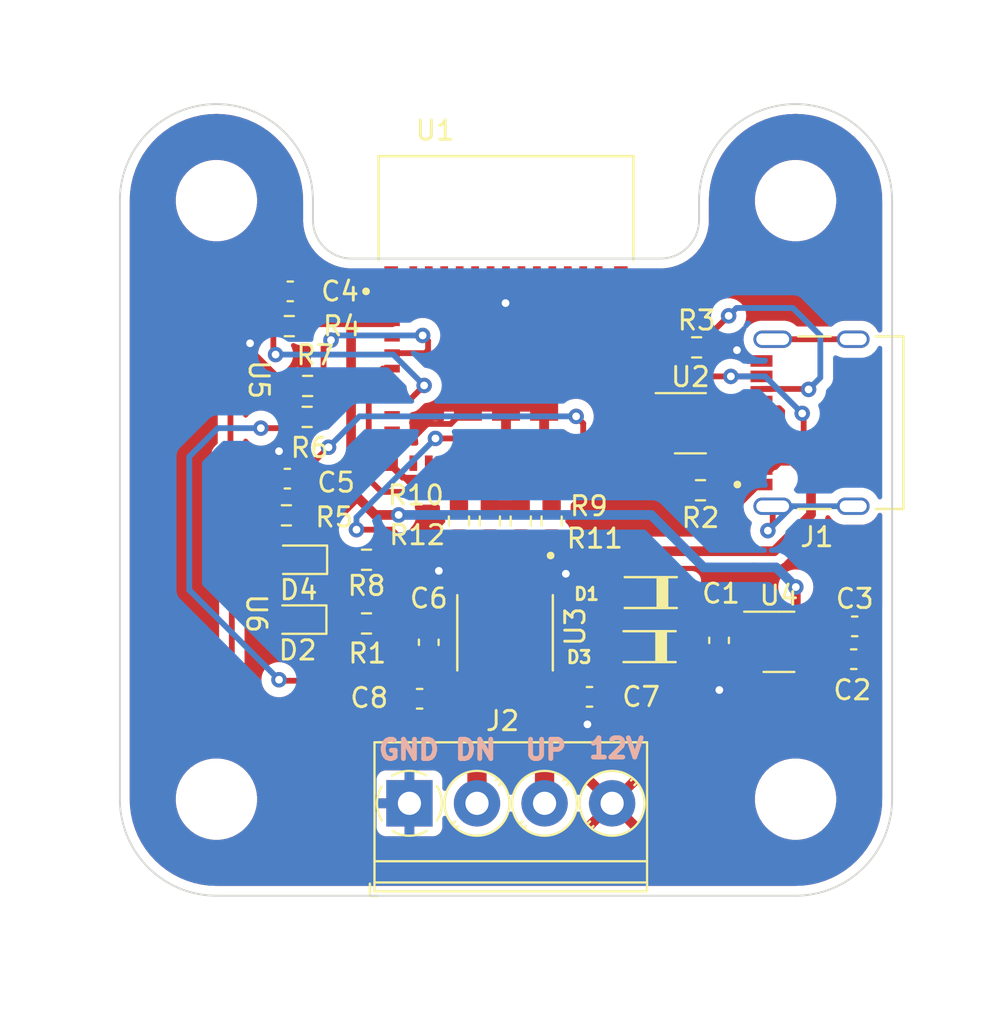
<source format=kicad_pcb>
(kicad_pcb (version 20211014) (generator pcbnew)
  (layers (0 "F.Cu" signal) (31 "B.Cu" power) (34 "B.Paste" user) (35 "F.Paste" user) (36 "B.SilkS" user "B.Silkscreen") (37 "F.SilkS" user "F.Silkscreen") (38 "B.Mask" user) (39 "F.Mask" user) (44 "Edge.Cuts" user))
  (net 0 "")
  (net 11 "Net-(C1-Pad1)")
  (net 24 "GND")
  (net 28 "+12V")
  (net 29 "+3.3V")
  (net 30 "Net-(C2-Pad1)")
  (net 31 "Net-(D2-Pad1)")
  (net 32 "CONN_D+")
  (net 33 "CONN_D-")
  (net 34 "Net-(J1-PadA5)")
  (net 35 "Net-(J1-PadB5)")
  (net 36 "unconnected-(J1-PadS1)")
  (net 37 "D+")
  (net 38 "D-")
  (net 39 "VBUS")
  (net 40 "CHIP_EN")
  (net 43 "BOOT")
  (net 44 "UP")
  (net 45 "DN")
  (net 46 "Net-(D4-Pad1)")
  (net 47 "Net-(R6-Pad2)")
  (net 48 "Net-(R8-Pad2)")
  (net 49 "Net-(R9-Pad2)")
  (net 50 "Net-(R10-Pad2)")
  (net 51 "SW_UP")
  (net 52 "Net-(R11-Pad2)")
  (net 53 "SW_DN")
  (net 54 "Net-(R12-Pad2)")
  (footprint "Resistor_SMD:R_0603_1608Metric" (layer "F.Cu") (at 158.625 73.3)
    (fp_text reference "R5")
    (fp_text value "5k1")
  )
  (footprint "Package_TO_SOT_SMD:SOT-23-6" (layer "F.Cu") (at 179.5526 68.5292)
    (fp_text reference "U2")
    (fp_text value "USBLC6-2SC6")
  )
  (footprint "Resistor_SMD:R_0603_1608Metric" (layer "F.Cu") (at 162.775 78.9)
    (fp_text reference "R1")
    (fp_text value "1k")
  )
  (footprint "Library:XCVR_ESP32-C3-MINI-1-N4" (layer "F.Cu") (at 170 63)
    (fp_text reference "U1")
    (fp_text value "ESP32-C3-MINI-1-N4")
  )
  (footprint "Capacitor_SMD:C_0603_1608Metric" (layer "F.Cu") (at 165.525 82.8 180)
    (fp_text reference "C8")
    (fp_text value "10n")
  )
  (footprint "LED_SMD:LED_0603_1608Metric" (layer "F.Cu") (at 159.25 75.6 180)
    (fp_text reference "D4")
    (fp_text value "Red Status LED")
  )
  (footprint "Capacitor_SMD:C_0603_1608Metric" (layer "F.Cu") (at 181.0383 79.775 -90)
    (fp_text reference "C1")
    (fp_text value "10u")
  )
  (footprint "Capacitor_SMD:C_0603_1608Metric" (layer "F.Cu") (at 174.325 82.7 180)
    (fp_text reference "C7")
    (fp_text value "10n")
  )
  (footprint "Resistor_SMD:R_0603_1608Metric" (layer "F.Cu") (at 179.875 64.6 180)
    (fp_text reference "R3")
    (fp_text value "5k1")
  )
  (footprint "Resistor_SMD:R_0603_1608Metric" (layer "F.Cu") (at 180.075 72 180)
    (fp_text reference "R2")
    (fp_text value "5k1")
  )
  (footprint "Library:SOD3716X135N" (layer "F.Cu") (at 177.4383 80.1 180)
    (fp_text reference "D3")
    (fp_text value "B5819W-TP")
  )
  (footprint "Resistor_SMD:R_0603_1608Metric" (layer "F.Cu") (at 159.7 68.2)
    (fp_text reference "R6")
    (fp_text value "5k1")
  )
  (footprint "Library:SOP65P600X115-15N" (layer "F.Cu") (at 169.9514 79.3814 -90)
    (fp_text reference "U3")
    (fp_text value "BTS70082EPAXUMA1")
  )
  (footprint "footprints:HRO_TYPE-C-31-M-12" (layer "F.Cu") (at 187.9854 68.5038 90)
    (fp_text reference "J1")
    (fp_text value "TYPE-C-31-M-12")
  )
  (footprint "MountingHole:MountingHole_3.2mm_M3" (layer "F.Cu") (at 185 88)
    (fp_text reference "H3")
    (fp_text value "MountingHole")
  )
  (footprint "MountingHole:MountingHole_3.2mm_M3" (layer "F.Cu") (at 155 88)
    (fp_text reference "H4")
    (fp_text value "MountingHole")
  )
  (footprint "Capacitor_SMD:C_0603_1608Metric" (layer "F.Cu") (at 158.825 61.7)
    (fp_text reference "C4")
    (fp_text value "100n")
  )
  (footprint "Capacitor_SMD:C_0603_1608Metric" (layer "F.Cu") (at 158.675 71.4 180)
    (fp_text reference "C5")
    (fp_text value "100n")
  )
  (footprint "Resistor_SMD:R_0603_1608Metric" (layer "F.Cu") (at 158.775 63.5 180)
    (fp_text reference "R4")
    (fp_text value "5k1")
  )
  (footprint "LED_SMD:LED_0603_1608Metric" (layer "F.Cu") (at 159.2125 78.7 180)
    (fp_text reference "D2")
    (fp_text value "Green PWR LED")
  )
  (footprint "Resistor_SMD:R_0603_1608Metric" (layer "F.Cu") (at 169.164 73.596 -90)
    (fp_text reference "R10")
    (fp_text value "10k")
  )
  (footprint "Capacitor_SMD:C_0603_1608Metric" (layer "F.Cu") (at 188.0633 79.05)
    (fp_text reference "C3")
    (fp_text value "100n")
  )
  (footprint "Resistor_SMD:R_0603_1608Metric" (layer "F.Cu") (at 172.3644 73.596 -90)
    (fp_text reference "R11")
    (fp_text value "4k7")
  )
  (footprint "Library:SOD3716X135N" (layer "F.Cu") (at 177.5 77.3 180)
    (fp_text reference "D1")
    (fp_text value "B5819W-TP")
  )
  (footprint "custom_components:Tactile Switch" (layer "F.Cu") (at 153.7774 66.3922 -90)
    (fp_text reference "U5")
    (fp_text value "Tactile_Switch")
  )
  (footprint "Resistor_SMD:R_0603_1608Metric" (layer "F.Cu") (at 167.5638 73.596 -90)
    (fp_text reference "R12")
    (fp_text value "4k7")
  )
  (footprint "Resistor_SMD:R_0603_1608Metric" (layer "F.Cu") (at 170.7642 73.596 -90)
    (fp_text reference "R9")
    (fp_text value "10k")
  )
  (footprint "Package_TO_SOT_SMD:SOT-23-5" (layer "F.Cu") (at 184.1383 79.85)
    (fp_text reference "U4")
    (fp_text value "SPX3819M5-L-3-3")
  )
  (footprint "MountingHole:MountingHole_3.2mm_M3" (layer "F.Cu") (at 155 57)
    (fp_text reference "H1")
    (fp_text value "MountingHole")
  )
  (footprint "Resistor_SMD:R_0603_1608Metric" (layer "F.Cu") (at 159.725 66.6 180)
    (fp_text reference "R7")
    (fp_text value "1k")
  )
  (footprint "TerminalBlock_Phoenix:TerminalBlock_Phoenix_PT-1,5-4-3.5-H_1x04_P3.50mm_Horizontal" (layer "F.Cu") (at 164.9984 88.2142)
    (fp_text reference "J2")
    (fp_text value "Screw_Terminal_01x04")
  )
  (footprint "Capacitor_SMD:C_0603_1608Metric" (layer "F.Cu") (at 188.0133 80.75)
    (fp_text reference "C2")
    (fp_text value "100n")
  )
  (footprint "Capacitor_SMD:C_0603_1608Metric" (layer "F.Cu") (at 166 79.875 90)
    (fp_text reference "C6")
    (fp_text value "100n")
  )
  (footprint "custom_components:Tactile Switch" (layer "F.Cu") (at 153.8478 78.486 -90)
    (fp_text reference "U6")
    (fp_text value "Tactile_Switch")
  )
  (footprint "MountingHole:MountingHole_3.2mm_M3" (layer "F.Cu") (at 185 57)
    (fp_text reference "H2")
    (fp_text value "MountingHole")
  )
  (footprint "Resistor_SMD:R_0603_1608Metric" (layer "F.Cu") (at 162.775 75.6)
    (fp_text reference "R8")
    (fp_text value "1k")
  )
  (gr_arc (start 180 58) (mid 179.414214 59.414214) (end 178 60) (layer "Edge.Cuts") (width 0.1))
  (gr_line (start 155 93) (end 185 93) (layer "Edge.Cuts") (width 0.1))
  (gr_arc (start 180 57) (mid 185 52) (end 190 57) (layer "Edge.Cuts") (width 0.1))
  (gr_line (start 150 86) (end 150 57) (layer "Edge.Cuts") (width 0.1))
  (gr_line (start 190 86) (end 190 57) (layer "Edge.Cuts") (width 0.1))
  (gr_arc (start 150 57) (mid 155 52) (end 160 57) (layer "Edge.Cuts") (width 0.1))
  (gr_line (start 178 60) (end 162 60) (layer "Edge.Cuts") (width 0.1))
  (gr_arc (start 162 60) (mid 160.585786 59.414214) (end 160 58) (layer "Edge.Cuts") (width 0.1))
  (gr_line (start 180 58) (end 180 57) (layer "Edge.Cuts") (width 0.1))
  (gr_arc (start 190 88) (mid 188.535534 91.535534) (end 185 93) (layer "Edge.Cuts") (width 0.1))
  (gr_arc (start 155 93) (mid 151.464466 91.535534) (end 150 88) (layer "Edge.Cuts") (width 0.1))
  (gr_line (start 190 86) (end 190 88) (layer "Edge.Cuts") (width 0.1))
  (gr_line (start 150 86) (end 150 88) (layer "Edge.Cuts") (width 0.1))
  (gr_line (start 160 58) (end 160 57) (layer "Edge.Cuts") (width 0.1))
  (gr_text "GND\n" (at 164.973 85.4456) (layer "B.SilkS") (effects (font (size 1 1) (thickness 0.25))))
  (gr_text "UP" (at 172.0596 85.4456) (layer "B.SilkS") (effects (font (size 1 1) (thickness 0.25))))
  (gr_text "DN" (at 168.4274 85.4456) (layer "B.SilkS") (effects (font (size 1 1) (thickness 0.25))))
  (gr_text "12V\n" (at 175.7172 85.3694) (layer "B.SilkS") (effects (font (size 1 1) (thickness 0.25))))
  (segment (start 183.0008 80.8) (end 183.420407 80.8) (width 0.3) (layer "F.Cu") (net 11))
  (segment (start 183.0008 78.9) (end 181.1383 78.9) (width 0.3) (layer "F.Cu") (net 11))
  (segment (start 179.1383 77.3) (end 179.1383 77.8939) (width 0.5) (layer "F.Cu") (net 11))
  (segment (start 179.0766 79.7748) (end 179.8514 79) (width 0.5) (layer "F.Cu") (net 11))
  (segment (start 180.2444 79) (end 181.0383 79) (width 0.5) (layer "F.Cu") (net 11))
  (segment (start 181.1383 78.9) (end 181.0383 79) (width 0.3) (layer "F.Cu") (net 11))
  (segment (start 183.421 78.9) (end 183.0008 78.9) (width 0.3) (layer "F.Cu") (net 11))
  (segment (start 179.1383 77.8939) (end 180.2444 79) (width 0.5) (layer "F.Cu") (net 11))
  (segment (start 179.0766 80.1) (end 179.0766 79.7748) (width 0.5) (layer "F.Cu") (net 11))
  (segment (start 184.2008 79.6798) (end 183.421 78.9) (width 0.3) (layer "F.Cu") (net 11))
  (segment (start 184.2008 80.019607) (end 184.2008 79.6798) (width 0.3) (layer "F.Cu") (net 11))
  (segment (start 183.420407 80.8) (end 184.2008 80.019607) (width 0.3) (layer "F.Cu") (net 11))
  (segment (start 179.8514 79) (end 180.2444 79) (width 0.5) (layer "F.Cu") (net 11))
  (segment (start 178.4151 68.5292) (end 178.9684 68.5292) (width 0.3) (layer "F.Cu") (net 24))
  (segment (start 183.0008 79.85) (end 181.7383 79.85) (width 0.3) (layer "F.Cu") (net 24))
  (segment (start 179.5272 70.8152) (end 179.6796 70.9676) (width 0.3) (layer "F.Cu") (net 24))
  (segment (start 183.2354 71.7038) (end 183.109 71.7038) (width 0.3) (layer "F.Cu") (net 24))
  (segment (start 164.65 71.35) (end 166.55 71.35) (width 0.3) (layer "F.Cu") (net 24))
  (segment (start 167.5638 71.8566) (end 168.8338 71.8566) (width 0.3) (layer "F.Cu") (net 24))
  (segment (start 164.7928 69.7) (end 164.1 69.7) (width 0.3) (layer "F.Cu") (net 24))
  (segment (start 163.6 78.9) (end 164.6416 78.9) (width 0.3) (layer "F.Cu") (net 24))
  (segment (start 182.5248 65.3038) (end 181.9656 64.7446) (width 0.3) (layer "F.Cu") (net 24))
  (segment (start 167.1334 68.5666) (end 165.9262 68.5666) (width 0.3) (layer "F.Cu") (net 24))
  (segment (start 166.8 70.6) (end 166.8 71.0928) (width 0.3) (layer "F.Cu") (net 24))
  (segment (start 168.025 63.725) (end 168.558 63.725) (width 0.3) (layer "F.Cu") (net 24))
  (segment (start 175.1 82.7) (end 175.1 83.2434) (width 0.3) (layer "F.Cu") (net 24))
  (segment (start 181.7383 79.85) (end 181.0383 80.55) (width 0.3) (layer "F.Cu") (net 24))
  (segment (start 157.9 71.4) (end 157.9 70.319) (width 0.3) (layer "F.Cu") (net 24))
  (segment (start 166.8 71.0928) (end 167.5638 71.8566) (width 0.3) (layer "F.Cu") (net 24))
  (segment (start 183.2354 65.3038) (end 182.5248 65.3038) (width 0.3) (layer "F.Cu") (net 24))
  (segment (start 168.558 63.725) (end 169.9768 62.3062) (width 0.3) (layer "F.Cu") (net 24))
  (segment (start 183.109 71.7038) (end 181.4576 73.3552) (width 0.3) (layer "F.Cu") (net 24))
  (segment (start 181.0383 82.3339) (end 181.0512 82.3468) (width 0.3) (layer "F.Cu") (net 24))
  (segment (start 166 79.1) (end 164.8416 79.1) (width 0.3) (layer "F.Cu") (net 24))
  (segment (start 166.8 71.1) (end 166.8 70.6) (width 0.3) (layer "F.Cu") (net 24))
  (segment (start 166.55 71.35) (end 166.8 71.1) (width 0.3) (layer "F.Cu") (net 24))
  (segment (start 163.6 78.1572) (end 165.2778 76.4794) (width 0.3) (layer "F.Cu") (net 24))
  (segment (start 181.4576 73.3552) (end 180.6052 73.3552) (width 0.3) (layer "F.Cu") (net 24))
  (segment (start 165.9262 68.5666) (end 164.7928 69.7) (width 0.3) (layer "F.Cu") (net 24))
  (segment (start 166.8 71.1218) (end 166.37 71.5518) (width 0.3) (layer "F.Cu") (net 24))
  (segment (start 168.8338 71.8566) (end 169.164 72.1868) (width 0.3) (layer "F.Cu") (net 24))
  (segment (start 158.9 66.6) (end 158.630339 66.6) (width 0.3) (layer "F.Cu") (net 24))
  (segment (start 164.1 70.8) (end 164.65 71.35) (width 0.3) (layer "F.Cu") (net 24))
  (segment (start 157.9 70.319) (end 158.242 69.977) (width 0.3) (layer "F.Cu") (net 24))
  (segment (start 164.1 69.7) (end 164.1 70.8) (width 0.3) (layer "F.Cu") (net 24))
  (segment (start 165.5826 76.1746) (end 166.5224 76.1746) (width 0.3) (layer "F.Cu") (net 24))
  (segment (start 156.7434 64.713061) (end 156.7434 64.389) (width 0.3) (layer "F.Cu") (net 24))
  (segment (start 166.37 71.5518) (end 164.9518 71.5518) (width 0.3) (layer "F.Cu") (net 24))
  (segment (start 172.3408 76.327) (end 171.9014 76.7664) (width 0.3) (layer "F.Cu") (net 24))
  (segment (start 168.025 67.675) (end 167.1334 68.5666) (width 0.3) (layer "F.Cu") (net 24))
  (segment (start 169.164 72.1868) (end 169.164 72.771) (width 0.3) (layer "F.Cu") (net 24))
  (segment (start 179.4256 68.9864) (end 179.5272 69.088) (width 0.3) (layer "F.Cu") (net 24))
  (segment (start 166.8 70.6) (end 166.8 71.1218) (width 0.3) (layer "F.Cu") (net 24))
  (segment (start 178.9684 68.5292) (end 179.4256 68.9864) (width 0.3) (layer "F.Cu") (net 24))
  (segment (start 163.6 78.9) (end 163.6 78.1572) (width 0.3) (layer "F.Cu") (net 24))
  (segment (start 158.630339 66.6) (end 156.7434 64.713061) (width 0.3) (layer "F.Cu") (net 24))
  (segment (start 164.9518 71.5518) (end 164.05 70.65) (width 0.3) (layer "F.Cu") (net 24))
  (segment (start 180.6052 73.3552) (end 179.25 72) (width 0.3) (layer "F.Cu") (net 24))
  (segment (start 173.101 76.327) (end 172.3408 76.327) (width 0.3) (layer "F.Cu") (net 24))
  (segment (start 175.1 83.2434) (end 174.2186 84.1248) (width 0.3) (layer "F.Cu") (net 24))
  (segment (start 181.0383 80.55) (end 181.0383 82.3339) (width 0.3) (layer "F.Cu") (net 24))
  (segment (start 164.6416 78.9) (end 164.8416 79.1) (width 0.3) (layer "F.Cu") (net 24))
  (segment (start 179.6796 70.9676) (end 179.6796 71.5704) (width 0.3) (layer "F.Cu") (net 24))
  (segment (start 179.6796 71.5704) (end 179.25 72) (width 0.3) (layer "F.Cu") (net 24))
  (segment (start 179.5272 69.088) (end 179.5272 70.7644) (width 0.3) (layer "F.Cu") (net 24))
  (segment (start 165.2778 76.4794) (end 165.5826 76.1746) (width 0.3) (layer "F.Cu") (net 24))
  (segment (start 179.5272 70.7644) (end 179.5272 70.8152) (width 0.3) (layer "F.Cu") (net 24))
  (via (at 166.5224 76.1746) (size 0.8) (drill 0.4) (layers "F.Cu" "B.Cu") (net 24))
  (via (at 156.7434 64.389) (size 0.8) (drill 0.4) (layers "F.Cu" "B.Cu") (net 24))
  (via (at 173.101 76.327) (size 0.8) (drill 0.4) (layers "F.Cu" "B.Cu") (net 24))
  (via (at 158.242 69.977) (size 0.8) (drill 0.4) (layers "F.Cu" "B.Cu") (net 24))
  (via (at 169.9768 62.3062) (size 0.8) (drill 0.4) (layers "F.Cu" "B.Cu") (net 24))
  (via (at 181.9656 64.7446) (size 0.8) (drill 0.4) (layers "F.Cu" "B.Cu") (net 24))
  (via (at 174.2186 84.1248) (size 0.8) (drill 0.4) (layers "F.Cu" "B.Cu") (net 24))
  (via (at 181.0512 82.3468) (size 0.8) (drill 0.4) (layers "F.Cu" "B.Cu") (net 24))
  (segment (start 166.5224 76.1746) (end 172.9486 76.1746) (width 0.3) (layer "B.Cu") (net 24))
  (segment (start 172.9486 76.1746) (end 173.101 76.327) (width 0.3) (layer "B.Cu") (net 24))
  (segment (start 158.2928 81.8642) (end 158.242 81.8134) (width 0.3) (layer "F.Cu") (net 28))
  (segment (start 158.2918 68.7832) (end 158.875 68.2) (width 0.3) (layer "F.Cu") (net 28))
  (segment (start 166 80.65) (end 163.1138 80.65) (width 0.3) (layer "F.Cu") (net 28))
  (segment (start 161.8996 81.8642) (end 158.2928 81.8642) (width 0.3) (layer "F.Cu") (net 28))
  (segment (start 163.1138 80.65) (end 161.8996 81.8642) (width 0.3) (layer "F.Cu") (net 28))
  (segment (start 175.8 80.1) (end 170.67 80.1) (width 0.3) (layer "F.Cu") (net 28))
  (segment (start 170.67 80.1) (end 169.9514 79.3814) (width 0.3) (layer "F.Cu") (net 28))
  (segment (start 157.3022 68.7832) (end 158.2918 68.7832) (width 0.3) (layer "F.Cu") (net 28))
  (via (at 158.242 81.8134) (size 0.8) (drill 0.4) (layers "F.Cu" "B.Cu") (net 28))
  (via (at 157.3022 68.7832) (size 0.8) (drill 0.4) (layers "F.Cu" "B.Cu") (net 28))
  (segment (start 153.5938 70.2564) (end 155.067 68.7832) (width 0.3) (layer "B.Cu") (net 28))
  (segment (start 153.5938 77.1652) (end 153.5938 70.2564) (width 0.3) (layer "B.Cu") (net 28))
  (segment (start 155.067 68.7832) (end 157.3022 68.7832) (width 0.3) (layer "B.Cu") (net 28))
  (segment (start 158.242 81.8134) (end 153.5938 77.1652) (width 0.3) (layer "B.Cu") (net 28))
  (segment (start 158.425 78.7) (end 158.425 75.6375) (width 0.3) (layer "F.Cu") (net 29))
  (segment (start 163.2204 73.279) (end 164.4396 73.279) (width 0.5) (layer "F.Cu") (net 29))
  (segment (start 161.9758 69.7484) (end 161.9758 72.0344) (width 0.5) (layer "F.Cu") (net 29))
  (segment (start 158.4625 74.4647) (end 158.4625 73.9625) (width 0.3) (layer "F.Cu") (net 29))
  (segment (start 161.9758 63.3032) (end 161.9758 69.7484) (width 0.5) (layer "F.Cu") (net 29))
  (segment (start 162.3568 72.4154) (end 163.2204 73.279) (width 0.5) (layer "F.Cu") (net 29))
  (segment (start 185.0136 78.6378) (end 185.2758 78.9) (width 0.5) (layer "F.Cu") (net 29))
  (segment (start 158.4625 75.6) (end 158.4625 74.4647) (width 0.3) (layer "F.Cu") (net 29))
  (segment (start 160.3075 74.4647) (end 162.3568 72.4154) (width 0.3) (layer "F.Cu") (net 29))
  (segment (start 159.8 63.3) (end 159.6 63.5) (width 0.5) (layer "F.Cu") (net 29))
  (segment (start 185.0136 77.0128) (end 185.0136 78.6378) (width 0.5) (layer "F.Cu") (net 29))
  (segment (start 161.9758 72.0344) (end 162.3568 72.4154) (width 0.5) (layer "F.Cu") (net 29))
  (segment (start 158.4625 73.9625) (end 157.8 73.3) (width 0.3) (layer "F.Cu") (net 29))
  (segment (start 161.979 63.3) (end 159.8 63.3) (width 0.5) (layer "F.Cu") (net 29))
  (segment (start 158.4625 74.4647) (end 160.3075 74.4647) (width 0.3) (layer "F.Cu") (net 29))
  (segment (start 161.979 63.3) (end 161.9758 63.3032) (width 0.5) (layer "F.Cu") (net 29))
  (segment (start 158.425 75.6375) (end 158.4625 75.6) (width 0.3) (layer "F.Cu") (net 29))
  (segment (start 185.4258 79.05) (end 185.2758 78.9) (width 0.3) (layer "F.Cu") (net 29))
  (segment (start 164.1 63.3) (end 161.979 63.3) (width 0.5) (layer "F.Cu") (net 29))
  (segment (start 187.2883 79.05) (end 185.4258 79.05) (width 0.3) (layer "F.Cu") (net 29))
  (via (at 164.4396 73.279) (size 0.8) (drill 0.4) (layers "F.Cu" "B.Cu") (net 29))
  (via (at 185.0136 77.0128) (size 0.8) (drill 0.4) (layers "F.Cu" "B.Cu") (net 29))
  (segment (start 177.5206 73.279) (end 179.705 75.4634) (width 0.5) (layer "B.Cu") (net 29))
  (segment (start 182.8292 75.9968) (end 183.9976 75.9968) (width 0.5) (layer "B.Cu") (net 29))
  (segment (start 183.9976 75.9968) (end 185.0136 77.0128) (width 0.5) (layer "B.Cu") (net 29))
  (segment (start 179.705 75.4634) (end 180.2384 75.9968) (width 0.5) (layer "B.Cu") (net 29))
  (segment (start 180.2384 75.9968) (end 182.8292 75.9968) (width 0.5) (layer "B.Cu") (net 29))
  (segment (start 164.4396 73.279) (end 177.5206 73.279) (width 0.5) (layer "B.Cu") (net 29))
  (segment (start 187.2383 80.75) (end 185.3258 80.75) (width 0.3) (layer "F.Cu") (net 30))
  (segment (start 185.3258 80.75) (end 185.2758 80.8) (width 0.3) (layer "F.Cu") (net 30))
  (segment (start 161.95 78.9) (end 160.2 78.9) (width 0.3) (layer "F.Cu") (net 31))
  (segment (start 160.2 78.9) (end 160 78.7) (width 0.3) (layer "F.Cu") (net 31))
  (segment (start 184.3024 67.9008) (end 184.1554 67.7538) (width 0.3) (layer "F.Cu") (net 32))
  (segment (start 184.1054 68.7538) (end 184.3024 68.5568) (width 0.3) (layer "F.Cu") (net 32))
  (segment (start 184.1554 67.7538) (end 183.2354 67.7538) (width 0.3) (layer "F.Cu") (net 32))
  (segment (start 183.2354 68.7538) (end 184.1054 68.7538) (width 0.3) (layer "F.Cu") (net 32))
  (segment (start 184.3024 68.5568) (end 184.3024 67.9008) (width 0.3) (layer "F.Cu") (net 32))
  (segment (start 181.8506 67.7538) (end 181.676 67.5792) (width 0.3) (layer "F.Cu") (net 32))
  (segment (start 181.676 67.5792) (end 180.6901 67.5792) (width 0.3) (layer "F.Cu") (net 32))
  (segment (start 183.2354 67.7538) (end 181.8506 67.7538) (width 0.3) (layer "F.Cu") (net 32))
  (segment (start 181.93 69.4792) (end 180.6901 69.4792) (width 0.3) (layer "F.Cu") (net 33))
  (segment (start 181.93 68.6156) (end 181.93 69.4792) (width 0.3) (layer "F.Cu") (net 33))
  (segment (start 182.1554 69.2538) (end 181.93 69.4792) (width 0.3) (layer "F.Cu") (net 33))
  (segment (start 182.2918 68.2538) (end 181.93 68.6156) (width 0.3) (layer "F.Cu") (net 33))
  (segment (start 183.2354 68.2538) (end 182.2918 68.2538) (width 0.3) (layer "F.Cu") (net 33))
  (segment (start 183.2354 69.2538) (end 182.1554 69.2538) (width 0.3) (layer "F.Cu") (net 33))
  (segment (start 182.362507 69.7538) (end 180.9 71.216307) (width 0.3) (layer "F.Cu") (net 34))
  (segment (start 180.9 71.216307) (end 180.9 72) (width 0.3) (layer "F.Cu") (net 34))
  (segment (start 183.2354 69.7538) (end 182.362507 69.7538) (width 0.3) (layer "F.Cu") (net 34))
  (segment (start 185.674 66.7766) (end 185.6512 66.7538) (width 0.3) (layer "F.Cu") (net 35))
  (segment (start 185.6512 66.7538) (end 183.2354 66.7538) (width 0.3) (layer "F.Cu") (net 35))
  (segment (start 181.5338 62.9666) (end 180.7 63.8004) (width 0.3) (layer "F.Cu") (net 35))
  (segment (start 180.7 63.8004) (end 180.7 64.6) (width 0.3) (layer "F.Cu") (net 35))
  (via (at 185.674 66.7766) (size 0.8) (drill 0.4) (layers "F.Cu" "B.Cu") (net 35))
  (via (at 181.5338 62.9666) (size 0.8) (drill 0.4) (layers "F.Cu" "B.Cu") (net 35))
  (segment (start 185.674 66.7766) (end 186.2836 66.167) (width 0.3) (layer "B.Cu") (net 35))
  (segment (start 181.9402 62.5602) (end 181.5338 62.9666) (width 0.3) (layer "B.Cu") (net 35))
  (segment (start 186.2836 63.9826) (end 184.8612 62.5602) (width 0.3) (layer "B.Cu") (net 35))
  (segment (start 184.8612 62.5602) (end 181.9402 62.5602) (width 0.3) (layer "B.Cu") (net 35))
  (segment (start 186.2836 66.167) (end 186.2836 63.9826) (width 0.3) (layer "B.Cu") (net 35))
  (segment (start 183.8154 73.8422) (end 183.5658 74.0918) (width 0.3) (layer "F.Cu") (net 36))
  (segment (start 183.8154 72.8288) (end 183.8154 73.8422) (width 0.3) (layer "F.Cu") (net 36))
  (segment (start 183.8154 64.1788) (end 187.9854 64.1788) (width 0.3) (layer "F.Cu") (net 36))
  (via (at 183.5658 74.0918) (size 0.8) (drill 0.4) (layers "F.Cu" "B.Cu") (net 36))
  (segment (start 183.5658 74.0918) (end 184.8288 72.8288) (width 0.3) (layer "B.Cu") (net 36))
  (segment (start 184.8288 72.8288) (end 187.9854 72.8288) (width 0.3) (layer "B.Cu") (net 36))
  (segment (start 178.4151 67.5792) (end 177.6832 67.5792) (width 0.3) (layer "F.Cu") (net 37))
  (segment (start 177.6832 67.5792) (end 177.1624 68.1) (width 0.3) (layer "F.Cu") (net 37))
  (segment (start 177.1624 68.1) (end 175.9 68.1) (width 0.3) (layer "F.Cu") (net 37))
  (segment (start 177.1294 68.9) (end 175.9 68.9) (width 0.3) (layer "F.Cu") (net 38))
  (segment (start 178.4151 69.4792) (end 177.7086 69.4792) (width 0.3) (layer "F.Cu") (net 38))
  (segment (start 177.7086 69.4792) (end 177.1294 68.9) (width 0.3) (layer "F.Cu") (net 38))
  (segment (start 183.896 75.1586) (end 185.801 73.2536) (width 0.5) (layer "F.Cu") (net 39))
  (segment (start 175.8617 75.8015) (end 176.5046 75.1586) (width 0.5) (layer "F.Cu") (net 39))
  (segment (start 185.0136 69.7284) (end 184.4956 70.2464) (width 0.3) (layer "F.Cu") (net 39))
  (segment (start 180.6901 68.5292) (end 180.213 68.5292) (width 0.3) (layer "F.Cu") (net 39))
  (segment (start 179.6034 67.9196) (end 179.6034 66.8528) (width 0.3) (layer "F.Cu") (net 39))
  (segment (start 181.6478 66.1038) (end 183.2354 66.1038) (width 0.3) (layer "F.Cu") (net 39))
  (segment (start 185.0136 69.723) (end 185.0136 69.7284) (width 0.3) (layer "F.Cu") (net 39))
  (segment (start 185.42 69.3166) (end 185.42 68.0974) (width 0.3) (layer "F.Cu") (net 39))
  (segment (start 184.648 70.2718) (end 184.648 70.2464) (width 0.5) (layer "F.Cu") (net 39))
  (segment (start 185.801 73.2536) (end 185.801 71.4248) (width 0.5) (layer "F.Cu") (net 39))
  (segment (start 183.9522 70.7898) (end 183.8706 70.7898) (width 0.3) (layer "F.Cu") (net 39))
  (segment (start 184.4956 70.2464) (end 184.648 70.2464) (width 0.3) (layer "F.Cu") (net 39))
  (segment (start 184.1681 70.5739) (end 184.9501 70.5739) (width 0.3) (layer "F.Cu") (net 39))
  (segment (start 180.3524 66.1038) (end 181.6478 66.1038) (width 0.3) (layer "F.Cu") (net 39))
  (segment (start 183.7566 70.9038) (end 183.2354 70.9038) (width 0.3) (layer "F.Cu") (net 39))
  (segment (start 183.9522 70.7898) (end 184.1681 70.5739) (width 0.3) (layer "F.Cu") (net 39))
  (segment (start 184.648 70.2464) (end 185.42 71.0184) (width 0.3) (layer "F.Cu") (net 39))
  (segment (start 185.42 68.0974) (end 185.3438 68.0212) (width 0.3) (layer "F.Cu") (net 39))
  (segment (start 183.8706 70.7898) (end 183.7566 70.9038) (width 0.3) (layer "F.Cu") (net 39))
  (segment (start 176.5046 75.1586) (end 183.896 75.1586) (width 0.5) (layer "F.Cu") (net 39))
  (segment (start 180.213 68.5292) (end 179.6034 67.9196) (width 0.3) (layer "F.Cu") (net 39))
  (segment (start 184.4956 70.2464) (end 183.9522 70.7898) (width 0.3) (layer "F.Cu") (net 39))
  (segment (start 185.42 69.3166) (end 185.0136 69.723) (width 0.3) (layer "F.Cu") (net 39))
  (segment (start 179.6034 66.8528) (end 180.3524 66.1038) (width 0.3) (layer "F.Cu") (net 39))
  (segment (start 185.801 71.4248) (end 184.9501 70.5739) (width 0.5) (layer "F.Cu") (net 39))
  (segment (start 175.8617 77.3) (end 175.8617 75.8015) (width 0.5) (layer "F.Cu") (net 39))
  (segment (start 184.9501 70.5739) (end 184.648 70.2718) (width 0.5) (layer "F.Cu") (net 39))
  (via (at 185.3438 68.0212) (size 0.8) (drill 0.4) (layers "F.Cu" "B.Cu") (net 39))
  (via (at 181.6478 66.1038) (size 0.8) (drill 0.4) (layers "F.Cu" "B.Cu") (net 39))
  (segment (start 183.4264 66.1038) (end 181.6478 66.1038) (width 0.3) (layer "B.Cu") (net 39))
  (segment (start 185.3438 68.0212) (end 183.4264 66.1038) (width 0.3) (layer "B.Cu") (net 39))
  (segment (start 165.0338 67.3) (end 164.1 67.3) (width 0.3) (layer "F.Cu") (net 40))
  (segment (start 157.9078 61.8422) (end 158.05 61.7) (width 0.3) (layer "F.Cu") (net 40))
  (segment (start 157.95 63.5) (end 157.95 61.8) (width 0.3) (layer "F.Cu") (net 40))
  (segment (start 157.95 61.8) (end 158.05 61.7) (width 0.3) (layer "F.Cu") (net 40))
  (segment (start 155.7274 70.9422) (end 155.7274 61.8422) (width 0.3) (layer "F.Cu") (net 40))
  (segment (start 157.95 64.859) (end 158.0642 64.9732) (width 0.3) (layer "F.Cu") (net 40))
  (segment (start 165.7604 66.5734) (end 165.0338 67.3) (width 0.3) (layer "F.Cu") (net 40))
  (segment (start 157.95 63.5) (end 157.95 64.859) (width 0.3) (layer "F.Cu") (net 40))
  (segment (start 155.7274 61.8422) (end 157.9078 61.8422) (width 0.3) (layer "F.Cu") (net 40))
  (via (at 165.7604 66.5734) (size 0.8) (drill 0.4) (layers "F.Cu" "B.Cu") (net 40))
  (via (at 158.0642 64.9732) (size 0.8) (drill 0.4) (layers "F.Cu" "B.Cu") (net 40))
  (segment (start 158.0642 64.9732) (end 164.1602 64.9732) (width 0.3) (layer "B.Cu") (net 40))
  (segment (start 164.1602 64.9732) (end 165.7604 66.5734) (width 0.3) (layer "B.Cu") (net 40))
  (segment (start 159.45 71.1312) (end 160.8074 69.7738) (width 0.3) (layer "F.Cu") (net 43))
  (segment (start 155.7978 73.936) (end 155.7978 83.036) (width 0.3) (layer "F.Cu") (net 43))
  (segment (start 173.6344 68.1736) (end 174 68.5392) (width 0.3) (layer "F.Cu") (net 43))
  (segment (start 174 68.5392) (end 174 70.6) (width 0.3) (layer "F.Cu") (net 43))
  (segment (start 159.45 71.4) (end 159.45 71.65) (width 0.3) (layer "F.Cu") (net 43))
  (segment (start 158.625 72.475) (end 159.45 73.3) (width 0.3) (layer "F.Cu") (net 43))
  (segment (start 157.2588 72.475) (end 158.625 72.475) (width 0.3) (layer "F.Cu") (net 43))
  (segment (start 155.7978 73.936) (end 157.2588 72.475) (width 0.3) (layer "F.Cu") (net 43))
  (segment (start 159.45 71.4) (end 159.45 71.1312) (width 0.3) (layer "F.Cu") (net 43))
  (segment (start 159.45 71.65) (end 158.625 72.475) (width 0.3) (layer "F.Cu") (net 43))
  (via (at 160.8074 69.7738) (size 0.8) (drill 0.4) (layers "F.Cu" "B.Cu") (net 43))
  (via (at 173.6344 68.1736) (size 0.8) (drill 0.4) (layers "F.Cu" "B.Cu") (net 43))
  (segment (start 162.4076 68.1736) (end 173.6344 68.1736) (width 0.3) (layer "B.Cu") (net 43))
  (segment (start 160.8074 69.7738) (end 162.4076 68.1736) (width 0.3) (layer "B.Cu") (net 43))
  (segment (start 170.6014 81.9964) (end 170.6014 82.9714) (width 0.3) (layer "F.Cu") (net 44))
  (segment (start 171.9014 81.9964) (end 171.9014 82.9714) (width 0.3) (layer "F.Cu") (net 44))
  (segment (start 171.9014 81.9964) (end 171.2514 81.9964) (width 0.3) (layer "F.Cu") (net 44))
  (segment (start 171.9984 84.5208) (end 171.2514 83.7738) (width 1) (layer "F.Cu") (net 44))
  (segment (start 171.9014 81.9964) (end 171.9014 81.7568) (width 0.3) (layer "F.Cu") (net 44))
  (segment (start 170.6014 81.9964) (end 171.2514 81.9964) (width 0.3) (layer "F.Cu") (net 44))
  (segment (start 173.55 82.7) (end 172.1728 82.7) (width 0.3) (layer "F.Cu") (net 44))
  (segment (start 171.9984 88.2142) (end 171.9984 84.5208) (width 1) (layer "F.Cu") (net 44))
  (segment (start 171.2514 83.7738) (end 171.2514 83.6214) (width 1) (layer "F.Cu") (net 44))
  (segment (start 171.9014 82.9714) (end 171.2514 83.6214) (width 0.3) (layer "F.Cu") (net 44))
  (segment (start 172.1728 82.7) (end 171.9014 82.9714) (width 0.3) (layer "F.Cu") (net 44))
  (segment (start 171.2514 82.2752) (end 171.2514 81.9964) (width 1) (layer "F.Cu") (net 44))
  (segment (start 171.013 81.5848) (end 170.6014 81.9964) (width 0.3) (layer "F.Cu") (net 44))
  (segment (start 171.7294 81.5848) (end 171.013 81.5848) (width 0.3) (layer "F.Cu") (net 44))
  (segment (start 171.9014 81.7568) (end 171.7294 81.5848) (width 0.3) (layer "F.Cu") (net 44))
  (segment (start 171.2514 83.6214) (end 171.2514 82.2752) (width 1) (layer "F.Cu") (net 44))
  (segment (start 170.6014 82.9714) (end 171.2514 83.6214) (width 0.3) (layer "F.Cu") (net 44))
  (segment (start 171.6762 82.7) (end 171.2514 82.2752) (width 0.3) (layer "F.Cu") (net 44))
  (segment (start 173.55 82.7) (end 171.6762 82.7) (width 0.3) (layer "F.Cu") (net 44))
  (segment (start 169.3014 82.326) (end 168.4984 83.129) (width 0.3) (layer "F.Cu") (net 45))
  (segment (start 168.0014 81.5536) (end 168.1226 81.4324) (width 0.3) (layer "F.Cu") (net 45))
  (segment (start 168.0014 82.632) (end 168.4984 83.129) (width 0.3) (layer "F.Cu") (net 45))
  (segment (start 169.3014 81.9964) (end 169.3014 82.326) (width 0.3) (layer "F.Cu") (net 45))
  (segment (start 168.4984 88.2142) (end 168.4984 83.129) (width 1) (layer "F.Cu") (net 45))
  (segment (start 168.9608 81.4324) (end 169.3014 81.773) (width 0.3) (layer "F.Cu") (net 45))
  (segment (start 168.1226 81.4324) (end 168.9608 81.4324) (width 0.3) (layer "F.Cu") (net 45))
  (segment (start 169.3014 81.773) (end 169.3014 81.9964) (width 0.3) (layer "F.Cu") (net 45))
  (segment (start 168.0014 81.9964) (end 168.0014 81.5536) (width 0.3) (layer "F.Cu") (net 45))
  (segment (start 168.275 81.5848) (end 168.6514 81.9612) (width 0.3) (layer "F.Cu") (net 45))
  (segment (start 169.3014 82.0824) (end 169.037 82.3468) (width 0.3) (layer "F.Cu") (net 45))
  (segment (start 168.0014 81.8584) (end 168.275 81.5848) (width 0.3) (layer "F.Cu") (net 45))
  (segment (start 168.4984 82.1494) (end 168.6514 81.9964) (width 1) (layer "F.Cu") (net 45))
  (segment (start 168.0014 81.9964) (end 168.0014 81.8584) (width 0.3) (layer "F.Cu") (net 45))
  (segment (start 168.0014 81.9964) (end 168.0014 82.632) (width 0.3) (layer "F.Cu") (net 45))
  (segment (start 169.3014 81.9964) (end 169.3014 82.0824) (width 0.3) (layer "F.Cu") (net 45))
  (segment (start 168.6514 81.9612) (end 168.6514 81.9964) (width 0.3) (layer "F.Cu") (net 45))
  (segment (start 169.0018 82.3468) (end 168.6514 81.9964) (width 0.3) (layer "F.Cu") (net 45))
  (segment (start 169.037 82.3468) (end 169.0018 82.3468) (width 0.3) (layer "F.Cu") (net 45))
  (segment (start 168.4984 83.129) (end 168.4984 82.1494) (width 1) (layer "F.Cu") (net 45))
  (segment (start 168.1694 82.8) (end 168.4984 83.129) (width 0.3) (layer "F.Cu") (net 45))
  (segment (start 166.3 82.8) (end 168.1694 82.8) (width 0.3) (layer "F.Cu") (net 45))
  (segment (start 160.0375 75.6) (end 161.95 75.6) (width 0.3) (layer "F.Cu") (net 46))
  (segment (start 165.6842 63.9826) (end 165.9636 64.262) (width 0.3) (layer "F.Cu") (net 47))
  (segment (start 160.525 68.2) (end 160.525 66.625) (width 0.3) (layer "F.Cu") (net 47))
  (segment (start 165.9636 64.7446) (end 165.8082 64.9) (width 0.3) (layer "F.Cu") (net 47))
  (segment (start 160.55 66.6) (end 160.55 64.6081) (width 0.3) (layer "F.Cu") (net 47))
  (segment (start 165.9636 64.262) (end 165.9636 64.7446) (width 0.3) (layer "F.Cu") (net 47))
  (segment (start 165.8082 64.9) (end 164.1 64.9) (width 0.3) (layer "F.Cu") (net 47))
  (segment (start 160.55 64.6081) (end 160.9344 64.2237) (width 0.3) (layer "F.Cu") (net 47))
  (segment (start 160.525 66.625) (end 160.55 66.6) (width 0.3) (layer "F.Cu") (net 47))
  (via (at 165.6842 63.9826) (size 0.8) (drill 0.4) (layers "F.Cu" "B.Cu") (net 47))
  (via (at 160.9344 64.2237) (size 0.8) (drill 0.4) (layers "F.Cu" "B.Cu") (net 47))
  (segment (start 160.9344 64.2237) (end 161.1755 63.9826) (width 0.3) (layer "B.Cu") (net 47))
  (segment (start 161.1755 63.9826) (end 165.6842 63.9826) (width 0.3) (layer "B.Cu") (net 47))
  (segment (start 166.3446 69.3166) (end 167.9702 69.3166) (width 0.3) (layer "F.Cu") (net 48))
  (segment (start 164.3284 75.6) (end 164.6936 75.2348) (width 0.3) (layer "F.Cu") (net 48))
  (segment (start 163.6 75.6) (end 164.3284 75.6) (width 0.3) (layer "F.Cu") (net 48))
  (segment (start 164.6936 75.2348) (end 164.6936 74.6506) (width 0.3) (layer "F.Cu") (net 48))
  (segment (start 164.5666 74.5236) (end 164.084 74.041) (width 0.3) (layer "F.Cu") (net 48))
  (segment (start 167.9702 69.3166) (end 168.4 69.7464) (width 0.3) (layer "F.Cu") (net 48))
  (segment (start 168.4 69.7464) (end 168.4 70.6) (width 0.3) (layer "F.Cu") (net 48))
  (segment (start 164.6936 74.6506) (end 164.5666 74.5236) (width 0.3) (layer "F.Cu") (net 48))
  (segment (start 164.084 74.041) (end 162.2552 74.041) (width 0.3) (layer "F.Cu") (net 48))
  (via (at 166.3446 69.3166) (size 0.8) (drill 0.4) (layers "F.Cu" "B.Cu") (net 48))
  (via (at 162.2552 74.041) (size 0.8) (drill 0.4) (layers "F.Cu" "B.Cu") (net 48))
  (segment (start 162.2552 73.406) (end 166.3446 69.3166) (width 0.3) (layer "B.Cu") (net 48))
  (segment (start 162.2552 74.041) (end 162.2552 73.406) (width 0.3) (layer "B.Cu") (net 48))
  (segment (start 170.6014 74.5838) (end 170.7642 74.421) (width 0.3) (layer "F.Cu") (net 49))
  (segment (start 170.6014 76.7664) (end 170.6014 74.5838) (width 0.3) (layer "F.Cu") (net 49))
  (segment (start 169.3014 76.7664) (end 169.3014 74.5584) (width 0.3) (layer "F.Cu") (net 50))
  (segment (start 169.3014 74.5584) (end 169.164 74.421) (width 0.3) (layer "F.Cu") (net 50))
  (segment (start 172.3644 72.771) (end 173.2 71.9354) (width 0.3) (layer "F.Cu") (net 51))
  (segment (start 173.2 71.9354) (end 173.2 70.6) (width 0.3) (layer "F.Cu") (net 51))
  (segment (start 171.2514 75.534) (end 172.3644 74.421) (width 0.3) (layer "F.Cu") (net 52))
  (segment (start 171.2514 76.7664) (end 171.2514 75.534) (width 0.3) (layer "F.Cu") (net 52))
  (segment (start 163.6112 65.7) (end 164.1 65.7) (width 0.3) (layer "F.Cu") (net 53))
  (segment (start 162.8902 71.4248) (end 162.8902 66.421) (width 0.3) (layer "F.Cu") (net 53))
  (segment (start 163.5506 72.0852) (end 162.8902 71.4248) (width 0.3) (layer "F.Cu") (net 53))
  (segment (start 162.8902 66.421) (end 163.6112 65.7) (width 0.3) (layer "F.Cu") (net 53))
  (segment (start 166.878 72.0852) (end 163.5506 72.0852) (width 0.3) (layer "F.Cu") (net 53))
  (segment (start 167.5638 72.771) (end 166.878 72.0852) (width 0.3) (layer "F.Cu") (net 53))
  (segment (start 168.6514 75.5086) (end 167.5638 74.421) (width 0.3) (layer "F.Cu") (net 54))
  (segment (start 168.6514 76.7664) (end 168.6514 75.5086) (width 0.3) (layer "F.Cu") (net 54))
  (zone (net 28) (net_name "+12V") (layer "F.Cu") (priority 1) (connect_pads (clearance 0.508)) (min_thickness 0.254) (fill yes (thermal_gap 0.508) (thermal_bridge_width 0.508))
    (polygon (pts (xy 178.7652 80.9244) (xy 178.7398 90.4748) (xy 173.1264 90.4494) (xy 173.1264 85.6234) (xy 164.846 81.4832) (xy 164.84451 77.368469) (xy 174.36951 77.343069)))
  )
  (zone (net 24) (net_name "GND") (layers F&B.Cu) (connect_pads (clearance 0.508)) (min_thickness 0.254) (fill yes (thermal_gap 0.508) (thermal_bridge_width 0.508))
    (polygon (pts (xy 195.072 99.6442) (xy 143.7894 97.663) (xy 144.3228 49.53) (xy 193.1162 46.609)))
  )
)
</source>
